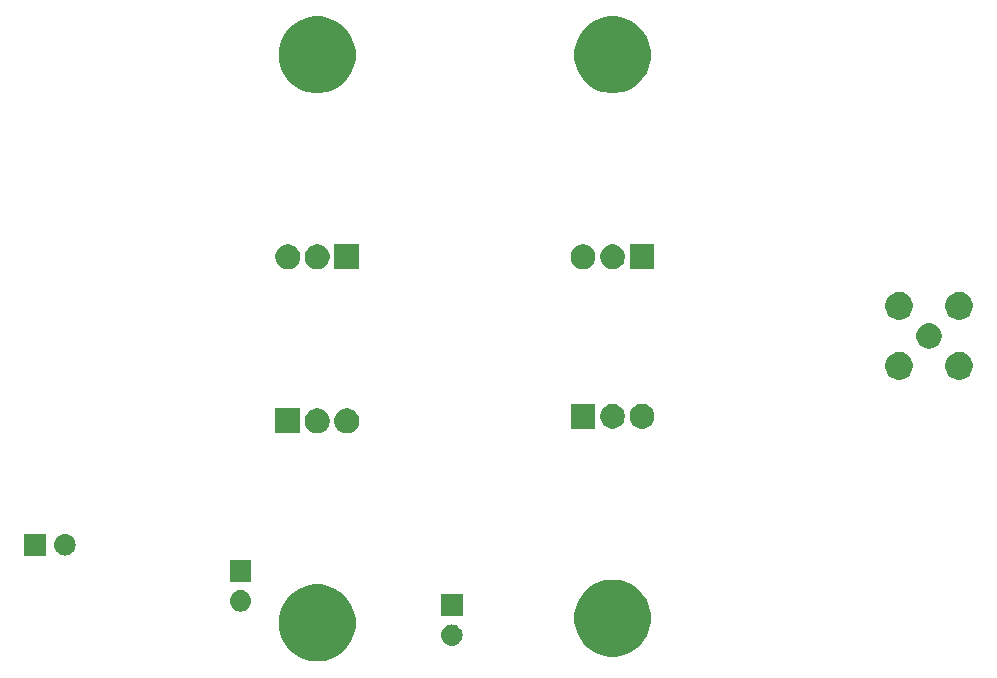
<source format=gbr>
G04 #@! TF.GenerationSoftware,KiCad,Pcbnew,(5.1.2)-1*
G04 #@! TF.CreationDate,2020-03-29T12:59:04+05:30*
G04 #@! TF.ProjectId,G6ALU_20WPA,4736414c-555f-4323-9057-50412e6b6963,rev?*
G04 #@! TF.SameCoordinates,Original*
G04 #@! TF.FileFunction,Soldermask,Top*
G04 #@! TF.FilePolarity,Negative*
%FSLAX46Y46*%
G04 Gerber Fmt 4.6, Leading zero omitted, Abs format (unit mm)*
G04 Created by KiCad (PCBNEW (5.1.2)-1) date 2020-03-29 12:59:04*
%MOMM*%
%LPD*%
G04 APERTURE LIST*
%ADD10C,0.100000*%
G04 APERTURE END LIST*
D10*
G36*
X87234239Y-108911467D02*
G01*
X87548282Y-108973934D01*
X88139926Y-109219001D01*
X88541345Y-109487221D01*
X88672391Y-109574783D01*
X89125217Y-110027609D01*
X89149115Y-110063375D01*
X89480999Y-110560074D01*
X89726066Y-111151718D01*
X89851000Y-111779804D01*
X89851000Y-112420196D01*
X89726066Y-113048282D01*
X89480999Y-113639926D01*
X89125216Y-114172392D01*
X88672392Y-114625216D01*
X88139926Y-114980999D01*
X87548282Y-115226066D01*
X87234239Y-115288533D01*
X86920197Y-115351000D01*
X86279803Y-115351000D01*
X85965761Y-115288533D01*
X85651718Y-115226066D01*
X85060074Y-114980999D01*
X84527608Y-114625216D01*
X84074784Y-114172392D01*
X83719001Y-113639926D01*
X83473934Y-113048282D01*
X83349000Y-112420196D01*
X83349000Y-111779804D01*
X83473934Y-111151718D01*
X83719001Y-110560074D01*
X84050885Y-110063375D01*
X84074783Y-110027609D01*
X84527609Y-109574783D01*
X84658655Y-109487221D01*
X85060074Y-109219001D01*
X85651718Y-108973934D01*
X85965761Y-108911467D01*
X86279803Y-108849000D01*
X86920197Y-108849000D01*
X87234239Y-108911467D01*
X87234239Y-108911467D01*
G37*
G36*
X112234239Y-108511467D02*
G01*
X112548282Y-108573934D01*
X113139926Y-108819001D01*
X113672392Y-109174784D01*
X114125216Y-109627608D01*
X114480999Y-110160074D01*
X114726066Y-110751718D01*
X114851000Y-111379804D01*
X114851000Y-112020196D01*
X114726066Y-112648282D01*
X114480999Y-113239926D01*
X114125216Y-113772392D01*
X113672392Y-114225216D01*
X113139926Y-114580999D01*
X112548282Y-114826066D01*
X112234239Y-114888533D01*
X111920197Y-114951000D01*
X111279803Y-114951000D01*
X110965761Y-114888533D01*
X110651718Y-114826066D01*
X110060074Y-114580999D01*
X109527608Y-114225216D01*
X109074784Y-113772392D01*
X108719001Y-113239926D01*
X108473934Y-112648282D01*
X108349000Y-112020196D01*
X108349000Y-111379804D01*
X108473934Y-110751718D01*
X108719001Y-110160074D01*
X109074784Y-109627608D01*
X109527608Y-109174784D01*
X110060074Y-108819001D01*
X110651718Y-108573934D01*
X110965761Y-108511467D01*
X111279803Y-108449000D01*
X111920197Y-108449000D01*
X112234239Y-108511467D01*
X112234239Y-108511467D01*
G37*
G36*
X98110442Y-112245518D02*
G01*
X98176627Y-112252037D01*
X98346466Y-112303557D01*
X98502991Y-112387222D01*
X98538729Y-112416552D01*
X98640186Y-112499814D01*
X98723448Y-112601271D01*
X98752778Y-112637009D01*
X98836443Y-112793534D01*
X98887963Y-112963373D01*
X98905359Y-113140000D01*
X98887963Y-113316627D01*
X98836443Y-113486466D01*
X98752778Y-113642991D01*
X98723448Y-113678729D01*
X98640186Y-113780186D01*
X98538729Y-113863448D01*
X98502991Y-113892778D01*
X98346466Y-113976443D01*
X98176627Y-114027963D01*
X98110442Y-114034482D01*
X98044260Y-114041000D01*
X97955740Y-114041000D01*
X97889558Y-114034482D01*
X97823373Y-114027963D01*
X97653534Y-113976443D01*
X97497009Y-113892778D01*
X97461271Y-113863448D01*
X97359814Y-113780186D01*
X97276552Y-113678729D01*
X97247222Y-113642991D01*
X97163557Y-113486466D01*
X97112037Y-113316627D01*
X97094641Y-113140000D01*
X97112037Y-112963373D01*
X97163557Y-112793534D01*
X97247222Y-112637009D01*
X97276552Y-112601271D01*
X97359814Y-112499814D01*
X97461271Y-112416552D01*
X97497009Y-112387222D01*
X97653534Y-112303557D01*
X97823373Y-112252037D01*
X97889558Y-112245518D01*
X97955740Y-112239000D01*
X98044260Y-112239000D01*
X98110442Y-112245518D01*
X98110442Y-112245518D01*
G37*
G36*
X98901000Y-111501000D02*
G01*
X97099000Y-111501000D01*
X97099000Y-109699000D01*
X98901000Y-109699000D01*
X98901000Y-111501000D01*
X98901000Y-111501000D01*
G37*
G36*
X80210443Y-109345519D02*
G01*
X80276627Y-109352037D01*
X80446466Y-109403557D01*
X80602991Y-109487222D01*
X80638729Y-109516552D01*
X80740186Y-109599814D01*
X80821585Y-109699000D01*
X80852778Y-109737009D01*
X80936443Y-109893534D01*
X80987963Y-110063373D01*
X81005359Y-110240000D01*
X80987963Y-110416627D01*
X80936443Y-110586466D01*
X80852778Y-110742991D01*
X80845615Y-110751719D01*
X80740186Y-110880186D01*
X80638729Y-110963448D01*
X80602991Y-110992778D01*
X80446466Y-111076443D01*
X80276627Y-111127963D01*
X80210443Y-111134481D01*
X80144260Y-111141000D01*
X80055740Y-111141000D01*
X79989557Y-111134481D01*
X79923373Y-111127963D01*
X79753534Y-111076443D01*
X79597009Y-110992778D01*
X79561271Y-110963448D01*
X79459814Y-110880186D01*
X79354385Y-110751719D01*
X79347222Y-110742991D01*
X79263557Y-110586466D01*
X79212037Y-110416627D01*
X79194641Y-110240000D01*
X79212037Y-110063373D01*
X79263557Y-109893534D01*
X79347222Y-109737009D01*
X79378415Y-109699000D01*
X79459814Y-109599814D01*
X79561271Y-109516552D01*
X79597009Y-109487222D01*
X79753534Y-109403557D01*
X79923373Y-109352037D01*
X79989557Y-109345519D01*
X80055740Y-109339000D01*
X80144260Y-109339000D01*
X80210443Y-109345519D01*
X80210443Y-109345519D01*
G37*
G36*
X81001000Y-108601000D02*
G01*
X79199000Y-108601000D01*
X79199000Y-106799000D01*
X81001000Y-106799000D01*
X81001000Y-108601000D01*
X81001000Y-108601000D01*
G37*
G36*
X63601000Y-106401000D02*
G01*
X61799000Y-106401000D01*
X61799000Y-104599000D01*
X63601000Y-104599000D01*
X63601000Y-106401000D01*
X63601000Y-106401000D01*
G37*
G36*
X65350443Y-104605519D02*
G01*
X65416627Y-104612037D01*
X65586466Y-104663557D01*
X65742991Y-104747222D01*
X65778729Y-104776552D01*
X65880186Y-104859814D01*
X65963448Y-104961271D01*
X65992778Y-104997009D01*
X66076443Y-105153534D01*
X66127963Y-105323373D01*
X66145359Y-105500000D01*
X66127963Y-105676627D01*
X66076443Y-105846466D01*
X65992778Y-106002991D01*
X65963448Y-106038729D01*
X65880186Y-106140186D01*
X65778729Y-106223448D01*
X65742991Y-106252778D01*
X65586466Y-106336443D01*
X65416627Y-106387963D01*
X65350442Y-106394482D01*
X65284260Y-106401000D01*
X65195740Y-106401000D01*
X65129558Y-106394482D01*
X65063373Y-106387963D01*
X64893534Y-106336443D01*
X64737009Y-106252778D01*
X64701271Y-106223448D01*
X64599814Y-106140186D01*
X64516552Y-106038729D01*
X64487222Y-106002991D01*
X64403557Y-105846466D01*
X64352037Y-105676627D01*
X64334641Y-105500000D01*
X64352037Y-105323373D01*
X64403557Y-105153534D01*
X64487222Y-104997009D01*
X64516552Y-104961271D01*
X64599814Y-104859814D01*
X64701271Y-104776552D01*
X64737009Y-104747222D01*
X64893534Y-104663557D01*
X65063373Y-104612037D01*
X65129558Y-104605518D01*
X65195740Y-104599000D01*
X65284260Y-104599000D01*
X65350443Y-104605519D01*
X65350443Y-104605519D01*
G37*
G36*
X85151000Y-96051000D02*
G01*
X83049000Y-96051000D01*
X83049000Y-93949000D01*
X85151000Y-93949000D01*
X85151000Y-96051000D01*
X85151000Y-96051000D01*
G37*
G36*
X86906564Y-93989389D02*
G01*
X87097833Y-94068615D01*
X87097835Y-94068616D01*
X87269973Y-94183635D01*
X87416365Y-94330027D01*
X87531385Y-94502167D01*
X87610611Y-94693436D01*
X87651000Y-94896484D01*
X87651000Y-95103516D01*
X87610611Y-95306564D01*
X87565130Y-95416365D01*
X87531384Y-95497835D01*
X87416365Y-95669973D01*
X87269973Y-95816365D01*
X87097835Y-95931384D01*
X87097834Y-95931385D01*
X87097833Y-95931385D01*
X86906564Y-96010611D01*
X86703516Y-96051000D01*
X86496484Y-96051000D01*
X86293436Y-96010611D01*
X86102167Y-95931385D01*
X86102166Y-95931385D01*
X86102165Y-95931384D01*
X85930027Y-95816365D01*
X85783635Y-95669973D01*
X85668616Y-95497835D01*
X85634870Y-95416365D01*
X85589389Y-95306564D01*
X85549000Y-95103516D01*
X85549000Y-94896484D01*
X85589389Y-94693436D01*
X85668615Y-94502167D01*
X85783635Y-94330027D01*
X85930027Y-94183635D01*
X86102165Y-94068616D01*
X86102167Y-94068615D01*
X86293436Y-93989389D01*
X86496484Y-93949000D01*
X86703516Y-93949000D01*
X86906564Y-93989389D01*
X86906564Y-93989389D01*
G37*
G36*
X89406564Y-93989389D02*
G01*
X89597833Y-94068615D01*
X89597835Y-94068616D01*
X89769973Y-94183635D01*
X89916365Y-94330027D01*
X90031385Y-94502167D01*
X90110611Y-94693436D01*
X90151000Y-94896484D01*
X90151000Y-95103516D01*
X90110611Y-95306564D01*
X90065130Y-95416365D01*
X90031384Y-95497835D01*
X89916365Y-95669973D01*
X89769973Y-95816365D01*
X89597835Y-95931384D01*
X89597834Y-95931385D01*
X89597833Y-95931385D01*
X89406564Y-96010611D01*
X89203516Y-96051000D01*
X88996484Y-96051000D01*
X88793436Y-96010611D01*
X88602167Y-95931385D01*
X88602166Y-95931385D01*
X88602165Y-95931384D01*
X88430027Y-95816365D01*
X88283635Y-95669973D01*
X88168616Y-95497835D01*
X88134870Y-95416365D01*
X88089389Y-95306564D01*
X88049000Y-95103516D01*
X88049000Y-94896484D01*
X88089389Y-94693436D01*
X88168615Y-94502167D01*
X88283635Y-94330027D01*
X88430027Y-94183635D01*
X88602165Y-94068616D01*
X88602167Y-94068615D01*
X88793436Y-93989389D01*
X88996484Y-93949000D01*
X89203516Y-93949000D01*
X89406564Y-93989389D01*
X89406564Y-93989389D01*
G37*
G36*
X110151000Y-95651000D02*
G01*
X108049000Y-95651000D01*
X108049000Y-93549000D01*
X110151000Y-93549000D01*
X110151000Y-95651000D01*
X110151000Y-95651000D01*
G37*
G36*
X111906564Y-93589389D02*
G01*
X112097833Y-93668615D01*
X112097835Y-93668616D01*
X112269973Y-93783635D01*
X112416365Y-93930027D01*
X112508967Y-94068615D01*
X112531385Y-94102167D01*
X112610611Y-94293436D01*
X112651000Y-94496484D01*
X112651000Y-94703516D01*
X112610611Y-94906564D01*
X112531385Y-95097833D01*
X112531384Y-95097835D01*
X112416365Y-95269973D01*
X112269973Y-95416365D01*
X112097835Y-95531384D01*
X112097834Y-95531385D01*
X112097833Y-95531385D01*
X111906564Y-95610611D01*
X111703516Y-95651000D01*
X111496484Y-95651000D01*
X111293436Y-95610611D01*
X111102167Y-95531385D01*
X111102166Y-95531385D01*
X111102165Y-95531384D01*
X110930027Y-95416365D01*
X110783635Y-95269973D01*
X110668616Y-95097835D01*
X110668615Y-95097833D01*
X110589389Y-94906564D01*
X110549000Y-94703516D01*
X110549000Y-94496484D01*
X110589389Y-94293436D01*
X110668615Y-94102167D01*
X110691034Y-94068615D01*
X110783635Y-93930027D01*
X110930027Y-93783635D01*
X111102165Y-93668616D01*
X111102167Y-93668615D01*
X111293436Y-93589389D01*
X111496484Y-93549000D01*
X111703516Y-93549000D01*
X111906564Y-93589389D01*
X111906564Y-93589389D01*
G37*
G36*
X114406564Y-93589389D02*
G01*
X114597833Y-93668615D01*
X114597835Y-93668616D01*
X114769973Y-93783635D01*
X114916365Y-93930027D01*
X115008967Y-94068615D01*
X115031385Y-94102167D01*
X115110611Y-94293436D01*
X115151000Y-94496484D01*
X115151000Y-94703516D01*
X115110611Y-94906564D01*
X115031385Y-95097833D01*
X115031384Y-95097835D01*
X114916365Y-95269973D01*
X114769973Y-95416365D01*
X114597835Y-95531384D01*
X114597834Y-95531385D01*
X114597833Y-95531385D01*
X114406564Y-95610611D01*
X114203516Y-95651000D01*
X113996484Y-95651000D01*
X113793436Y-95610611D01*
X113602167Y-95531385D01*
X113602166Y-95531385D01*
X113602165Y-95531384D01*
X113430027Y-95416365D01*
X113283635Y-95269973D01*
X113168616Y-95097835D01*
X113168615Y-95097833D01*
X113089389Y-94906564D01*
X113049000Y-94703516D01*
X113049000Y-94496484D01*
X113089389Y-94293436D01*
X113168615Y-94102167D01*
X113191034Y-94068615D01*
X113283635Y-93930027D01*
X113430027Y-93783635D01*
X113602165Y-93668616D01*
X113602167Y-93668615D01*
X113793436Y-93589389D01*
X113996484Y-93549000D01*
X114203516Y-93549000D01*
X114406564Y-93589389D01*
X114406564Y-93589389D01*
G37*
G36*
X136051560Y-89179064D02*
G01*
X136203027Y-89209193D01*
X136417045Y-89297842D01*
X136417046Y-89297843D01*
X136609654Y-89426539D01*
X136773461Y-89590346D01*
X136859258Y-89718751D01*
X136902158Y-89782955D01*
X136990807Y-89996973D01*
X137036000Y-90224174D01*
X137036000Y-90455826D01*
X136990807Y-90683027D01*
X136902158Y-90897045D01*
X136902157Y-90897046D01*
X136773461Y-91089654D01*
X136609654Y-91253461D01*
X136481249Y-91339258D01*
X136417045Y-91382158D01*
X136203027Y-91470807D01*
X136051560Y-91500936D01*
X135975827Y-91516000D01*
X135744173Y-91516000D01*
X135668440Y-91500936D01*
X135516973Y-91470807D01*
X135302955Y-91382158D01*
X135238751Y-91339258D01*
X135110346Y-91253461D01*
X134946539Y-91089654D01*
X134817843Y-90897046D01*
X134817842Y-90897045D01*
X134729193Y-90683027D01*
X134684000Y-90455826D01*
X134684000Y-90224174D01*
X134729193Y-89996973D01*
X134817842Y-89782955D01*
X134860742Y-89718751D01*
X134946539Y-89590346D01*
X135110346Y-89426539D01*
X135302954Y-89297843D01*
X135302955Y-89297842D01*
X135516973Y-89209193D01*
X135668440Y-89179064D01*
X135744173Y-89164000D01*
X135975827Y-89164000D01*
X136051560Y-89179064D01*
X136051560Y-89179064D01*
G37*
G36*
X141131560Y-89179064D02*
G01*
X141283027Y-89209193D01*
X141497045Y-89297842D01*
X141497046Y-89297843D01*
X141689654Y-89426539D01*
X141853461Y-89590346D01*
X141939258Y-89718751D01*
X141982158Y-89782955D01*
X142070807Y-89996973D01*
X142116000Y-90224174D01*
X142116000Y-90455826D01*
X142070807Y-90683027D01*
X141982158Y-90897045D01*
X141982157Y-90897046D01*
X141853461Y-91089654D01*
X141689654Y-91253461D01*
X141561249Y-91339258D01*
X141497045Y-91382158D01*
X141283027Y-91470807D01*
X141131560Y-91500936D01*
X141055827Y-91516000D01*
X140824173Y-91516000D01*
X140748440Y-91500936D01*
X140596973Y-91470807D01*
X140382955Y-91382158D01*
X140318751Y-91339258D01*
X140190346Y-91253461D01*
X140026539Y-91089654D01*
X139897843Y-90897046D01*
X139897842Y-90897045D01*
X139809193Y-90683027D01*
X139764000Y-90455826D01*
X139764000Y-90224174D01*
X139809193Y-89996973D01*
X139897842Y-89782955D01*
X139940742Y-89718751D01*
X140026539Y-89590346D01*
X140190346Y-89426539D01*
X140382954Y-89297843D01*
X140382955Y-89297842D01*
X140596973Y-89209193D01*
X140748440Y-89179064D01*
X140824173Y-89164000D01*
X141055827Y-89164000D01*
X141131560Y-89179064D01*
X141131560Y-89179064D01*
G37*
G36*
X138575271Y-86737783D02*
G01*
X138713858Y-86765350D01*
X138909677Y-86846461D01*
X139085910Y-86964216D01*
X139235784Y-87114090D01*
X139353539Y-87290323D01*
X139434650Y-87486142D01*
X139476000Y-87694023D01*
X139476000Y-87905977D01*
X139434650Y-88113858D01*
X139353539Y-88309677D01*
X139235784Y-88485910D01*
X139085910Y-88635784D01*
X138909677Y-88753539D01*
X138713858Y-88834650D01*
X138575271Y-88862217D01*
X138505978Y-88876000D01*
X138294022Y-88876000D01*
X138224729Y-88862217D01*
X138086142Y-88834650D01*
X137890323Y-88753539D01*
X137714090Y-88635784D01*
X137564216Y-88485910D01*
X137446461Y-88309677D01*
X137365350Y-88113858D01*
X137324000Y-87905977D01*
X137324000Y-87694023D01*
X137365350Y-87486142D01*
X137446461Y-87290323D01*
X137564216Y-87114090D01*
X137714090Y-86964216D01*
X137890323Y-86846461D01*
X138086142Y-86765350D01*
X138224729Y-86737783D01*
X138294022Y-86724000D01*
X138505978Y-86724000D01*
X138575271Y-86737783D01*
X138575271Y-86737783D01*
G37*
G36*
X141131560Y-84099064D02*
G01*
X141283027Y-84129193D01*
X141497045Y-84217842D01*
X141497046Y-84217843D01*
X141689654Y-84346539D01*
X141853461Y-84510346D01*
X141939258Y-84638751D01*
X141982158Y-84702955D01*
X142070807Y-84916973D01*
X142116000Y-85144174D01*
X142116000Y-85375826D01*
X142070807Y-85603027D01*
X141982158Y-85817045D01*
X141982157Y-85817046D01*
X141853461Y-86009654D01*
X141689654Y-86173461D01*
X141561249Y-86259258D01*
X141497045Y-86302158D01*
X141283027Y-86390807D01*
X141131560Y-86420936D01*
X141055827Y-86436000D01*
X140824173Y-86436000D01*
X140748440Y-86420936D01*
X140596973Y-86390807D01*
X140382955Y-86302158D01*
X140318751Y-86259258D01*
X140190346Y-86173461D01*
X140026539Y-86009654D01*
X139897843Y-85817046D01*
X139897842Y-85817045D01*
X139809193Y-85603027D01*
X139764000Y-85375826D01*
X139764000Y-85144174D01*
X139809193Y-84916973D01*
X139897842Y-84702955D01*
X139940742Y-84638751D01*
X140026539Y-84510346D01*
X140190346Y-84346539D01*
X140382954Y-84217843D01*
X140382955Y-84217842D01*
X140596973Y-84129193D01*
X140748440Y-84099064D01*
X140824173Y-84084000D01*
X141055827Y-84084000D01*
X141131560Y-84099064D01*
X141131560Y-84099064D01*
G37*
G36*
X136051560Y-84099064D02*
G01*
X136203027Y-84129193D01*
X136417045Y-84217842D01*
X136417046Y-84217843D01*
X136609654Y-84346539D01*
X136773461Y-84510346D01*
X136859258Y-84638751D01*
X136902158Y-84702955D01*
X136990807Y-84916973D01*
X137036000Y-85144174D01*
X137036000Y-85375826D01*
X136990807Y-85603027D01*
X136902158Y-85817045D01*
X136902157Y-85817046D01*
X136773461Y-86009654D01*
X136609654Y-86173461D01*
X136481249Y-86259258D01*
X136417045Y-86302158D01*
X136203027Y-86390807D01*
X136051560Y-86420936D01*
X135975827Y-86436000D01*
X135744173Y-86436000D01*
X135668440Y-86420936D01*
X135516973Y-86390807D01*
X135302955Y-86302158D01*
X135238751Y-86259258D01*
X135110346Y-86173461D01*
X134946539Y-86009654D01*
X134817843Y-85817046D01*
X134817842Y-85817045D01*
X134729193Y-85603027D01*
X134684000Y-85375826D01*
X134684000Y-85144174D01*
X134729193Y-84916973D01*
X134817842Y-84702955D01*
X134860742Y-84638751D01*
X134946539Y-84510346D01*
X135110346Y-84346539D01*
X135302954Y-84217843D01*
X135302955Y-84217842D01*
X135516973Y-84129193D01*
X135668440Y-84099064D01*
X135744173Y-84084000D01*
X135975827Y-84084000D01*
X136051560Y-84099064D01*
X136051560Y-84099064D01*
G37*
G36*
X90151000Y-82151000D02*
G01*
X88049000Y-82151000D01*
X88049000Y-80049000D01*
X90151000Y-80049000D01*
X90151000Y-82151000D01*
X90151000Y-82151000D01*
G37*
G36*
X109406564Y-80089389D02*
G01*
X109597833Y-80168615D01*
X109597835Y-80168616D01*
X109769973Y-80283635D01*
X109916365Y-80430027D01*
X110031385Y-80602167D01*
X110110611Y-80793436D01*
X110151000Y-80996484D01*
X110151000Y-81203516D01*
X110110611Y-81406564D01*
X110031385Y-81597833D01*
X110031384Y-81597835D01*
X109916365Y-81769973D01*
X109769973Y-81916365D01*
X109597835Y-82031384D01*
X109597834Y-82031385D01*
X109597833Y-82031385D01*
X109406564Y-82110611D01*
X109203516Y-82151000D01*
X108996484Y-82151000D01*
X108793436Y-82110611D01*
X108602167Y-82031385D01*
X108602166Y-82031385D01*
X108602165Y-82031384D01*
X108430027Y-81916365D01*
X108283635Y-81769973D01*
X108168616Y-81597835D01*
X108168615Y-81597833D01*
X108089389Y-81406564D01*
X108049000Y-81203516D01*
X108049000Y-80996484D01*
X108089389Y-80793436D01*
X108168615Y-80602167D01*
X108283635Y-80430027D01*
X108430027Y-80283635D01*
X108602165Y-80168616D01*
X108602167Y-80168615D01*
X108793436Y-80089389D01*
X108996484Y-80049000D01*
X109203516Y-80049000D01*
X109406564Y-80089389D01*
X109406564Y-80089389D01*
G37*
G36*
X111906564Y-80089389D02*
G01*
X112097833Y-80168615D01*
X112097835Y-80168616D01*
X112269973Y-80283635D01*
X112416365Y-80430027D01*
X112531385Y-80602167D01*
X112610611Y-80793436D01*
X112651000Y-80996484D01*
X112651000Y-81203516D01*
X112610611Y-81406564D01*
X112531385Y-81597833D01*
X112531384Y-81597835D01*
X112416365Y-81769973D01*
X112269973Y-81916365D01*
X112097835Y-82031384D01*
X112097834Y-82031385D01*
X112097833Y-82031385D01*
X111906564Y-82110611D01*
X111703516Y-82151000D01*
X111496484Y-82151000D01*
X111293436Y-82110611D01*
X111102167Y-82031385D01*
X111102166Y-82031385D01*
X111102165Y-82031384D01*
X110930027Y-81916365D01*
X110783635Y-81769973D01*
X110668616Y-81597835D01*
X110668615Y-81597833D01*
X110589389Y-81406564D01*
X110549000Y-81203516D01*
X110549000Y-80996484D01*
X110589389Y-80793436D01*
X110668615Y-80602167D01*
X110783635Y-80430027D01*
X110930027Y-80283635D01*
X111102165Y-80168616D01*
X111102167Y-80168615D01*
X111293436Y-80089389D01*
X111496484Y-80049000D01*
X111703516Y-80049000D01*
X111906564Y-80089389D01*
X111906564Y-80089389D01*
G37*
G36*
X115151000Y-82151000D02*
G01*
X113049000Y-82151000D01*
X113049000Y-80049000D01*
X115151000Y-80049000D01*
X115151000Y-82151000D01*
X115151000Y-82151000D01*
G37*
G36*
X84406564Y-80089389D02*
G01*
X84597833Y-80168615D01*
X84597835Y-80168616D01*
X84769973Y-80283635D01*
X84916365Y-80430027D01*
X85031385Y-80602167D01*
X85110611Y-80793436D01*
X85151000Y-80996484D01*
X85151000Y-81203516D01*
X85110611Y-81406564D01*
X85031385Y-81597833D01*
X85031384Y-81597835D01*
X84916365Y-81769973D01*
X84769973Y-81916365D01*
X84597835Y-82031384D01*
X84597834Y-82031385D01*
X84597833Y-82031385D01*
X84406564Y-82110611D01*
X84203516Y-82151000D01*
X83996484Y-82151000D01*
X83793436Y-82110611D01*
X83602167Y-82031385D01*
X83602166Y-82031385D01*
X83602165Y-82031384D01*
X83430027Y-81916365D01*
X83283635Y-81769973D01*
X83168616Y-81597835D01*
X83168615Y-81597833D01*
X83089389Y-81406564D01*
X83049000Y-81203516D01*
X83049000Y-80996484D01*
X83089389Y-80793436D01*
X83168615Y-80602167D01*
X83283635Y-80430027D01*
X83430027Y-80283635D01*
X83602165Y-80168616D01*
X83602167Y-80168615D01*
X83793436Y-80089389D01*
X83996484Y-80049000D01*
X84203516Y-80049000D01*
X84406564Y-80089389D01*
X84406564Y-80089389D01*
G37*
G36*
X86906564Y-80089389D02*
G01*
X87097833Y-80168615D01*
X87097835Y-80168616D01*
X87269973Y-80283635D01*
X87416365Y-80430027D01*
X87531385Y-80602167D01*
X87610611Y-80793436D01*
X87651000Y-80996484D01*
X87651000Y-81203516D01*
X87610611Y-81406564D01*
X87531385Y-81597833D01*
X87531384Y-81597835D01*
X87416365Y-81769973D01*
X87269973Y-81916365D01*
X87097835Y-82031384D01*
X87097834Y-82031385D01*
X87097833Y-82031385D01*
X86906564Y-82110611D01*
X86703516Y-82151000D01*
X86496484Y-82151000D01*
X86293436Y-82110611D01*
X86102167Y-82031385D01*
X86102166Y-82031385D01*
X86102165Y-82031384D01*
X85930027Y-81916365D01*
X85783635Y-81769973D01*
X85668616Y-81597835D01*
X85668615Y-81597833D01*
X85589389Y-81406564D01*
X85549000Y-81203516D01*
X85549000Y-80996484D01*
X85589389Y-80793436D01*
X85668615Y-80602167D01*
X85783635Y-80430027D01*
X85930027Y-80283635D01*
X86102165Y-80168616D01*
X86102167Y-80168615D01*
X86293436Y-80089389D01*
X86496484Y-80049000D01*
X86703516Y-80049000D01*
X86906564Y-80089389D01*
X86906564Y-80089389D01*
G37*
G36*
X112234239Y-60811467D02*
G01*
X112548282Y-60873934D01*
X113139926Y-61119001D01*
X113672392Y-61474784D01*
X114125216Y-61927608D01*
X114480999Y-62460074D01*
X114726066Y-63051718D01*
X114851000Y-63679804D01*
X114851000Y-64320196D01*
X114726066Y-64948282D01*
X114480999Y-65539926D01*
X114125216Y-66072392D01*
X113672392Y-66525216D01*
X113139926Y-66880999D01*
X112548282Y-67126066D01*
X112234239Y-67188533D01*
X111920197Y-67251000D01*
X111279803Y-67251000D01*
X110965761Y-67188533D01*
X110651718Y-67126066D01*
X110060074Y-66880999D01*
X109527608Y-66525216D01*
X109074784Y-66072392D01*
X108719001Y-65539926D01*
X108473934Y-64948282D01*
X108349000Y-64320196D01*
X108349000Y-63679804D01*
X108473934Y-63051718D01*
X108719001Y-62460074D01*
X109074784Y-61927608D01*
X109527608Y-61474784D01*
X110060074Y-61119001D01*
X110651718Y-60873934D01*
X110965761Y-60811467D01*
X111279803Y-60749000D01*
X111920197Y-60749000D01*
X112234239Y-60811467D01*
X112234239Y-60811467D01*
G37*
G36*
X87234239Y-60811467D02*
G01*
X87548282Y-60873934D01*
X88139926Y-61119001D01*
X88672392Y-61474784D01*
X89125216Y-61927608D01*
X89480999Y-62460074D01*
X89726066Y-63051718D01*
X89851000Y-63679804D01*
X89851000Y-64320196D01*
X89726066Y-64948282D01*
X89480999Y-65539926D01*
X89125216Y-66072392D01*
X88672392Y-66525216D01*
X88139926Y-66880999D01*
X87548282Y-67126066D01*
X87234239Y-67188533D01*
X86920197Y-67251000D01*
X86279803Y-67251000D01*
X85965761Y-67188533D01*
X85651718Y-67126066D01*
X85060074Y-66880999D01*
X84527608Y-66525216D01*
X84074784Y-66072392D01*
X83719001Y-65539926D01*
X83473934Y-64948282D01*
X83349000Y-64320196D01*
X83349000Y-63679804D01*
X83473934Y-63051718D01*
X83719001Y-62460074D01*
X84074784Y-61927608D01*
X84527608Y-61474784D01*
X85060074Y-61119001D01*
X85651718Y-60873934D01*
X85965761Y-60811467D01*
X86279803Y-60749000D01*
X86920197Y-60749000D01*
X87234239Y-60811467D01*
X87234239Y-60811467D01*
G37*
M02*

</source>
